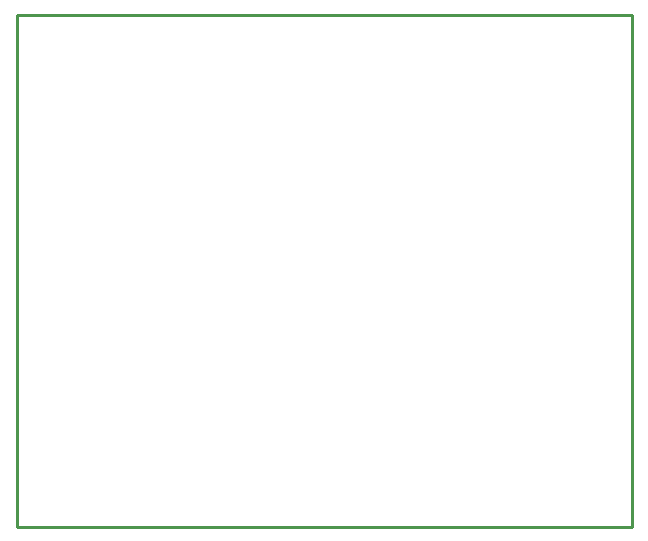
<source format=gbr>
G04 EAGLE Gerber RS-274X export*
G75*
%MOMM*%
%FSLAX34Y34*%
%LPD*%
%IN*%
%IPPOS*%
%AMOC8*
5,1,8,0,0,1.08239X$1,22.5*%
G01*
%ADD10C,0.000000*%
%ADD11C,0.254000*%


D10*
X157480Y-30480D02*
X677980Y-30480D01*
X677980Y403100D01*
X157480Y403100D01*
X157480Y-30480D01*
D11*
X157480Y-30480D02*
X677980Y-30480D01*
X677980Y403100D01*
X157480Y403100D01*
X157480Y-30480D01*
M02*

</source>
